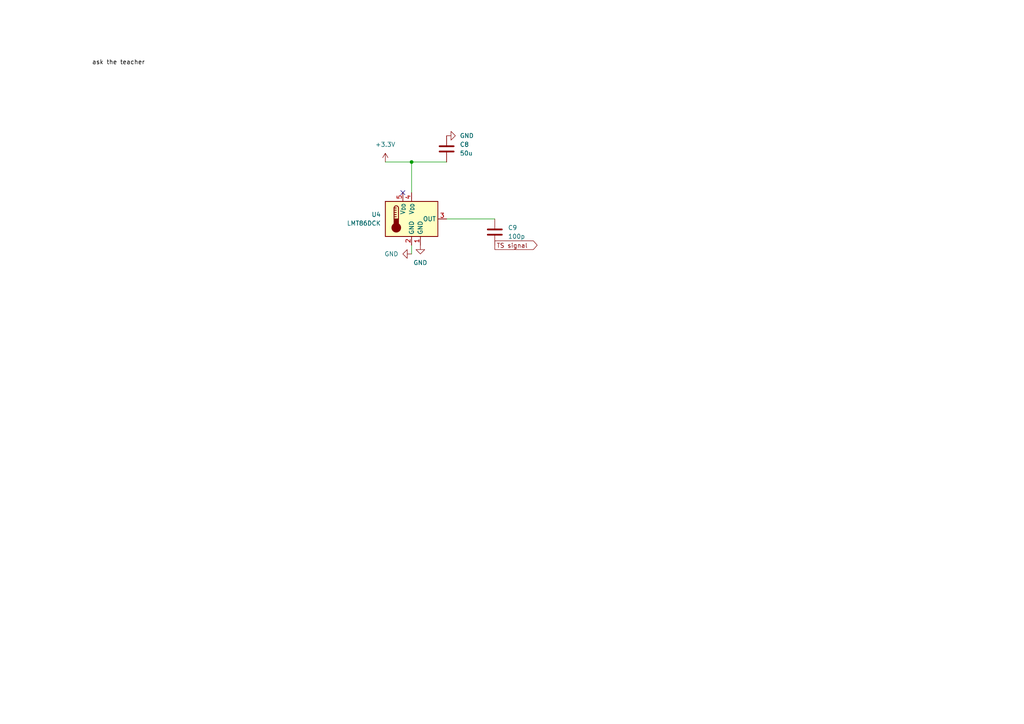
<source format=kicad_sch>
(kicad_sch (version 20230121) (generator eeschema)

  (uuid 2a2ff1c6-2036-4066-91d4-825065e5a55f)

  (paper "A4")

  (lib_symbols
    (symbol "Device:C" (pin_numbers hide) (pin_names (offset 0.254)) (in_bom yes) (on_board yes)
      (property "Reference" "C" (at 0.635 2.54 0)
        (effects (font (size 1.27 1.27)) (justify left))
      )
      (property "Value" "C" (at 0.635 -2.54 0)
        (effects (font (size 1.27 1.27)) (justify left))
      )
      (property "Footprint" "" (at 0.9652 -3.81 0)
        (effects (font (size 1.27 1.27)) hide)
      )
      (property "Datasheet" "~" (at 0 0 0)
        (effects (font (size 1.27 1.27)) hide)
      )
      (property "ki_keywords" "cap capacitor" (at 0 0 0)
        (effects (font (size 1.27 1.27)) hide)
      )
      (property "ki_description" "Unpolarized capacitor" (at 0 0 0)
        (effects (font (size 1.27 1.27)) hide)
      )
      (property "ki_fp_filters" "C_*" (at 0 0 0)
        (effects (font (size 1.27 1.27)) hide)
      )
      (symbol "C_0_1"
        (polyline
          (pts
            (xy -2.032 -0.762)
            (xy 2.032 -0.762)
          )
          (stroke (width 0.508) (type default))
          (fill (type none))
        )
        (polyline
          (pts
            (xy -2.032 0.762)
            (xy 2.032 0.762)
          )
          (stroke (width 0.508) (type default))
          (fill (type none))
        )
      )
      (symbol "C_1_1"
        (pin passive line (at 0 3.81 270) (length 2.794)
          (name "~" (effects (font (size 1.27 1.27))))
          (number "1" (effects (font (size 1.27 1.27))))
        )
        (pin passive line (at 0 -3.81 90) (length 2.794)
          (name "~" (effects (font (size 1.27 1.27))))
          (number "2" (effects (font (size 1.27 1.27))))
        )
      )
    )
    (symbol "Sensor_Temperature:LMT86DCK" (in_bom yes) (on_board yes)
      (property "Reference" "U" (at -6.35 6.35 0)
        (effects (font (size 1.27 1.27)))
      )
      (property "Value" "LMT86DCK" (at 5.08 6.35 0)
        (effects (font (size 1.27 1.27)) (justify left))
      )
      (property "Footprint" "Package_TO_SOT_SMD:SOT-353_SC-70-5" (at 0 -10.16 0)
        (effects (font (size 1.27 1.27)) hide)
      )
      (property "Datasheet" "http://www.ti.com/lit/ds/symlink/lmt86-q1.pdf" (at 0 0 0)
        (effects (font (size 1.27 1.27)) hide)
      )
      (property "ki_keywords" "temperature sensor thermistor ntc" (at 0 0 0)
        (effects (font (size 1.27 1.27)) hide)
      )
      (property "ki_description" "Analog temperature sensor, NTC, 0.25C accuracy, -10.9mV/C, -50C to +150C, 2.2 to 5.5V, SC-70-5" (at 0 0 0)
        (effects (font (size 1.27 1.27)) hide)
      )
      (property "ki_fp_filters" "*SC?70*" (at 0 0 0)
        (effects (font (size 1.27 1.27)) hide)
      )
      (symbol "LMT86DCK_0_1"
        (rectangle (start -7.62 5.08) (end 7.62 -5.08)
          (stroke (width 0.254) (type default))
          (fill (type background))
        )
        (circle (center -4.445 -2.54) (radius 1.27)
          (stroke (width 0.254) (type default))
          (fill (type outline))
        )
        (rectangle (start -3.81 -1.905) (end -5.08 0)
          (stroke (width 0.254) (type default))
          (fill (type outline))
        )
        (arc (start -3.81 3.175) (mid -4.445 3.8073) (end -5.08 3.175)
          (stroke (width 0.254) (type default))
          (fill (type none))
        )
        (polyline
          (pts
            (xy -5.08 0.635)
            (xy -4.445 0.635)
          )
          (stroke (width 0.254) (type default))
          (fill (type none))
        )
        (polyline
          (pts
            (xy -5.08 1.27)
            (xy -4.445 1.27)
          )
          (stroke (width 0.254) (type default))
          (fill (type none))
        )
        (polyline
          (pts
            (xy -5.08 1.905)
            (xy -4.445 1.905)
          )
          (stroke (width 0.254) (type default))
          (fill (type none))
        )
        (polyline
          (pts
            (xy -5.08 2.54)
            (xy -4.445 2.54)
          )
          (stroke (width 0.254) (type default))
          (fill (type none))
        )
        (polyline
          (pts
            (xy -5.08 3.175)
            (xy -5.08 0)
          )
          (stroke (width 0.254) (type default))
          (fill (type none))
        )
        (polyline
          (pts
            (xy -5.08 3.175)
            (xy -4.445 3.175)
          )
          (stroke (width 0.254) (type default))
          (fill (type none))
        )
        (polyline
          (pts
            (xy -3.81 3.175)
            (xy -3.81 0)
          )
          (stroke (width 0.254) (type default))
          (fill (type none))
        )
      )
      (symbol "LMT86DCK_1_1"
        (pin power_in line (at 2.54 -7.62 90) (length 2.54)
          (name "GND" (effects (font (size 1.27 1.27))))
          (number "1" (effects (font (size 1.27 1.27))))
        )
        (pin power_in line (at 0 -7.62 90) (length 2.54)
          (name "GND" (effects (font (size 1.27 1.27))))
          (number "2" (effects (font (size 1.27 1.27))))
        )
        (pin output line (at 10.16 0 180) (length 2.54)
          (name "OUT" (effects (font (size 1.27 1.27))))
          (number "3" (effects (font (size 1.27 1.27))))
        )
        (pin power_in line (at 0 7.62 270) (length 2.54)
          (name "V_{DD}" (effects (font (size 1.27 1.27))))
          (number "4" (effects (font (size 1.27 1.27))))
        )
        (pin power_in line (at -2.54 7.62 270) (length 2.54)
          (name "V_{DD}" (effects (font (size 1.27 1.27))))
          (number "5" (effects (font (size 1.27 1.27))))
        )
      )
    )
    (symbol "power:+3.3V" (power) (pin_names (offset 0)) (in_bom yes) (on_board yes)
      (property "Reference" "#PWR" (at 0 -3.81 0)
        (effects (font (size 1.27 1.27)) hide)
      )
      (property "Value" "+3.3V" (at 0 3.556 0)
        (effects (font (size 1.27 1.27)))
      )
      (property "Footprint" "" (at 0 0 0)
        (effects (font (size 1.27 1.27)) hide)
      )
      (property "Datasheet" "" (at 0 0 0)
        (effects (font (size 1.27 1.27)) hide)
      )
      (property "ki_keywords" "global power" (at 0 0 0)
        (effects (font (size 1.27 1.27)) hide)
      )
      (property "ki_description" "Power symbol creates a global label with name \"+3.3V\"" (at 0 0 0)
        (effects (font (size 1.27 1.27)) hide)
      )
      (symbol "+3.3V_0_1"
        (polyline
          (pts
            (xy -0.762 1.27)
            (xy 0 2.54)
          )
          (stroke (width 0) (type default))
          (fill (type none))
        )
        (polyline
          (pts
            (xy 0 0)
            (xy 0 2.54)
          )
          (stroke (width 0) (type default))
          (fill (type none))
        )
        (polyline
          (pts
            (xy 0 2.54)
            (xy 0.762 1.27)
          )
          (stroke (width 0) (type default))
          (fill (type none))
        )
      )
      (symbol "+3.3V_1_1"
        (pin power_in line (at 0 0 90) (length 0) hide
          (name "+3.3V" (effects (font (size 1.27 1.27))))
          (number "1" (effects (font (size 1.27 1.27))))
        )
      )
    )
    (symbol "power:GND" (power) (pin_names (offset 0)) (in_bom yes) (on_board yes)
      (property "Reference" "#PWR" (at 0 -6.35 0)
        (effects (font (size 1.27 1.27)) hide)
      )
      (property "Value" "GND" (at 0 -3.81 0)
        (effects (font (size 1.27 1.27)))
      )
      (property "Footprint" "" (at 0 0 0)
        (effects (font (size 1.27 1.27)) hide)
      )
      (property "Datasheet" "" (at 0 0 0)
        (effects (font (size 1.27 1.27)) hide)
      )
      (property "ki_keywords" "global power" (at 0 0 0)
        (effects (font (size 1.27 1.27)) hide)
      )
      (property "ki_description" "Power symbol creates a global label with name \"GND\" , ground" (at 0 0 0)
        (effects (font (size 1.27 1.27)) hide)
      )
      (symbol "GND_0_1"
        (polyline
          (pts
            (xy 0 0)
            (xy 0 -1.27)
            (xy 1.27 -1.27)
            (xy 0 -2.54)
            (xy -1.27 -1.27)
            (xy 0 -1.27)
          )
          (stroke (width 0) (type default))
          (fill (type none))
        )
      )
      (symbol "GND_1_1"
        (pin power_in line (at 0 0 270) (length 0) hide
          (name "GND" (effects (font (size 1.27 1.27))))
          (number "1" (effects (font (size 1.27 1.27))))
        )
      )
    )
  )

  (junction (at 119.38 46.99) (diameter 0) (color 0 0 0 0)
    (uuid 57109b81-37bf-450b-b283-0ba08deab2af)
  )

  (no_connect (at 116.84 55.88) (uuid 980c8fce-8861-4ba9-ab1e-ee2e49b77aa2))

  (wire (pts (xy 111.76 46.99) (xy 119.38 46.99))
    (stroke (width 0) (type default))
    (uuid 08ef99fc-9ba7-45e6-8e3c-0385158ee1e5)
  )
  (wire (pts (xy 119.38 46.99) (xy 129.54 46.99))
    (stroke (width 0) (type default))
    (uuid 846e163d-59c7-48e9-ad68-7ea4a6e9ea95)
  )
  (wire (pts (xy 119.38 55.88) (xy 119.38 46.99))
    (stroke (width 0) (type default))
    (uuid 94cf3c98-8d49-4bd2-81ec-c0feddf15713)
  )
  (wire (pts (xy 129.54 63.5) (xy 143.51 63.5))
    (stroke (width 0) (type default))
    (uuid f4f58dd0-259c-4d39-8ecc-96c4c34bdc28)
  )
  (wire (pts (xy 119.38 71.12) (xy 119.38 73.66))
    (stroke (width 0) (type default))
    (uuid fe8b8418-d82a-40a6-b29a-45278f66b45e)
  )

  (label "ask the teacher " (at 26.67 19.05 0) (fields_autoplaced)
    (effects (font (size 1.27 1.27)) (justify left bottom))
    (uuid c18e43c6-7154-41f6-a180-4f5460634cc4)
  )

  (global_label "TS signal " (shape output) (at 143.51 71.12 0) (fields_autoplaced)
    (effects (font (size 1.27 1.27)) (justify left))
    (uuid 7401c800-88f5-4859-8908-d9c6983bfbfc)
    (property "Intersheetrefs" "${INTERSHEET_REFS}" (at 156.3526 71.12 0)
      (effects (font (size 1.27 1.27)) (justify left) hide)
    )
  )

  (symbol (lib_id "power:GND") (at 121.92 71.12 0) (unit 1)
    (in_bom yes) (on_board yes) (dnp no) (fields_autoplaced)
    (uuid 3b318cad-989c-4d50-b7ea-ba454ed0d4dd)
    (property "Reference" "#PWR014" (at 121.92 77.47 0)
      (effects (font (size 1.27 1.27)) hide)
    )
    (property "Value" "GND" (at 121.92 76.2 0)
      (effects (font (size 1.27 1.27)))
    )
    (property "Footprint" "" (at 121.92 71.12 0)
      (effects (font (size 1.27 1.27)) hide)
    )
    (property "Datasheet" "" (at 121.92 71.12 0)
      (effects (font (size 1.27 1.27)) hide)
    )
    (pin "1" (uuid 52b3c3c3-5672-45bb-a38d-3dce69a3bb00))
    (instances
      (project "circuit-design-project"
        (path "/5edc11a2-8836-4620-96d3-084a4c3d792c"
          (reference "#PWR014") (unit 1)
        )
        (path "/5edc11a2-8836-4620-96d3-084a4c3d792c/60a373f1-3f2a-4b6f-a0ef-05af4611fd08"
          (reference "#PWR033") (unit 1)
        )
      )
    )
  )

  (symbol (lib_id "Device:C") (at 143.51 67.31 0) (unit 1)
    (in_bom yes) (on_board yes) (dnp no) (fields_autoplaced)
    (uuid 4fe51469-4b2b-40d3-8602-fce5959c1f7e)
    (property "Reference" "C9" (at 147.32 66.04 0)
      (effects (font (size 1.27 1.27)) (justify left))
    )
    (property "Value" "100p" (at 147.32 68.58 0)
      (effects (font (size 1.27 1.27)) (justify left))
    )
    (property "Footprint" "" (at 144.4752 71.12 0)
      (effects (font (size 1.27 1.27)) hide)
    )
    (property "Datasheet" "~" (at 143.51 67.31 0)
      (effects (font (size 1.27 1.27)) hide)
    )
    (pin "2" (uuid 4d26869d-26e4-41eb-89d0-05822af49459))
    (pin "1" (uuid feef47f8-2094-4e32-8637-67240564bd1d))
    (instances
      (project "circuit-design-project"
        (path "/5edc11a2-8836-4620-96d3-084a4c3d792c"
          (reference "C9") (unit 1)
        )
        (path "/5edc11a2-8836-4620-96d3-084a4c3d792c/60a373f1-3f2a-4b6f-a0ef-05af4611fd08"
          (reference "C21") (unit 1)
        )
      )
    )
  )

  (symbol (lib_id "power:GND") (at 119.38 73.66 270) (unit 1)
    (in_bom yes) (on_board yes) (dnp no) (fields_autoplaced)
    (uuid 6560f234-0621-4903-bd33-79c1fb63c4fc)
    (property "Reference" "#PWR015" (at 113.03 73.66 0)
      (effects (font (size 1.27 1.27)) hide)
    )
    (property "Value" "GND" (at 115.57 73.66 90)
      (effects (font (size 1.27 1.27)) (justify right))
    )
    (property "Footprint" "" (at 119.38 73.66 0)
      (effects (font (size 1.27 1.27)) hide)
    )
    (property "Datasheet" "" (at 119.38 73.66 0)
      (effects (font (size 1.27 1.27)) hide)
    )
    (pin "1" (uuid b0e2c99d-3803-4d46-86a5-53932d6162e4))
    (instances
      (project "circuit-design-project"
        (path "/5edc11a2-8836-4620-96d3-084a4c3d792c"
          (reference "#PWR015") (unit 1)
        )
        (path "/5edc11a2-8836-4620-96d3-084a4c3d792c/60a373f1-3f2a-4b6f-a0ef-05af4611fd08"
          (reference "#PWR032") (unit 1)
        )
      )
    )
  )

  (symbol (lib_id "power:GND") (at 129.54 39.37 90) (unit 1)
    (in_bom yes) (on_board yes) (dnp no) (fields_autoplaced)
    (uuid 88f09aaf-e31e-4358-8be2-657ccb05e75d)
    (property "Reference" "#PWR010" (at 135.89 39.37 0)
      (effects (font (size 1.27 1.27)) hide)
    )
    (property "Value" "GND" (at 133.35 39.37 90)
      (effects (font (size 1.27 1.27)) (justify right))
    )
    (property "Footprint" "" (at 129.54 39.37 0)
      (effects (font (size 1.27 1.27)) hide)
    )
    (property "Datasheet" "" (at 129.54 39.37 0)
      (effects (font (size 1.27 1.27)) hide)
    )
    (pin "1" (uuid 0a9e5f1c-d9a3-4919-a4c3-53fa6aa70807))
    (instances
      (project "circuit-design-project"
        (path "/5edc11a2-8836-4620-96d3-084a4c3d792c"
          (reference "#PWR010") (unit 1)
        )
        (path "/5edc11a2-8836-4620-96d3-084a4c3d792c/60a373f1-3f2a-4b6f-a0ef-05af4611fd08"
          (reference "#PWR034") (unit 1)
        )
      )
    )
  )

  (symbol (lib_id "Device:C") (at 129.54 43.18 0) (unit 1)
    (in_bom yes) (on_board yes) (dnp no) (fields_autoplaced)
    (uuid 9e7f793f-fefa-48ab-baed-673d4ab9d081)
    (property "Reference" "C8" (at 133.35 41.91 0)
      (effects (font (size 1.27 1.27)) (justify left))
    )
    (property "Value" "50u" (at 133.35 44.45 0)
      (effects (font (size 1.27 1.27)) (justify left))
    )
    (property "Footprint" "" (at 130.5052 46.99 0)
      (effects (font (size 1.27 1.27)) hide)
    )
    (property "Datasheet" "~" (at 129.54 43.18 0)
      (effects (font (size 1.27 1.27)) hide)
    )
    (pin "2" (uuid 10e3b778-5232-4fbc-a223-c88eb4eab0a4))
    (pin "1" (uuid bbab29a2-e291-448e-b03c-847906c7559c))
    (instances
      (project "circuit-design-project"
        (path "/5edc11a2-8836-4620-96d3-084a4c3d792c"
          (reference "C8") (unit 1)
        )
        (path "/5edc11a2-8836-4620-96d3-084a4c3d792c/60a373f1-3f2a-4b6f-a0ef-05af4611fd08"
          (reference "C20") (unit 1)
        )
      )
    )
  )

  (symbol (lib_id "power:+3.3V") (at 111.76 46.99 0) (unit 1)
    (in_bom yes) (on_board yes) (dnp no) (fields_autoplaced)
    (uuid a0a90516-4569-473e-8b85-b4253cb91304)
    (property "Reference" "#PWR057" (at 111.76 50.8 0)
      (effects (font (size 1.27 1.27)) hide)
    )
    (property "Value" "+3.3V" (at 111.76 41.91 0)
      (effects (font (size 1.27 1.27)))
    )
    (property "Footprint" "" (at 111.76 46.99 0)
      (effects (font (size 1.27 1.27)) hide)
    )
    (property "Datasheet" "" (at 111.76 46.99 0)
      (effects (font (size 1.27 1.27)) hide)
    )
    (pin "1" (uuid 2ead43e8-ebf6-4b5a-a984-87870b02c176))
    (instances
      (project "circuit-design-project"
        (path "/5edc11a2-8836-4620-96d3-084a4c3d792c/b7d01e90-2a10-446a-806b-ec4e10b7deac"
          (reference "#PWR057") (unit 1)
        )
        (path "/5edc11a2-8836-4620-96d3-084a4c3d792c/60a373f1-3f2a-4b6f-a0ef-05af4611fd08"
          (reference "#PWR063") (unit 1)
        )
      )
    )
  )

  (symbol (lib_id "Sensor_Temperature:LMT86DCK") (at 119.38 63.5 0) (unit 1)
    (in_bom yes) (on_board yes) (dnp no) (fields_autoplaced)
    (uuid fe7d3793-65c1-4b28-9ffa-df49b3a796f6)
    (property "Reference" "U4" (at 110.49 62.23 0)
      (effects (font (size 1.27 1.27)) (justify right))
    )
    (property "Value" "LMT86DCK" (at 110.49 64.77 0)
      (effects (font (size 1.27 1.27)) (justify right))
    )
    (property "Footprint" "Package_TO_SOT_SMD:SOT-353_SC-70-5" (at 119.38 73.66 0)
      (effects (font (size 1.27 1.27)) hide)
    )
    (property "Datasheet" "http://www.ti.com/lit/ds/symlink/lmt86-q1.pdf" (at 119.38 63.5 0)
      (effects (font (size 1.27 1.27)) hide)
    )
    (pin "5" (uuid 0e04ad98-03e7-4316-ba6f-0378d5aa8963))
    (pin "2" (uuid c911b020-c3a2-4992-9909-c52eb8f91b8d))
    (pin "3" (uuid 9f08794e-7ada-4a3b-9bae-9f6543f59c38))
    (pin "4" (uuid bcd6a2f5-ff96-4103-bc19-c77848010b5b))
    (pin "1" (uuid fc174137-eccd-4dc3-a1ac-7bb76dc6dda7))
    (instances
      (project "circuit-design-project"
        (path "/5edc11a2-8836-4620-96d3-084a4c3d792c"
          (reference "U4") (unit 1)
        )
        (path "/5edc11a2-8836-4620-96d3-084a4c3d792c/60a373f1-3f2a-4b6f-a0ef-05af4611fd08"
          (reference "U8") (unit 1)
        )
      )
    )
  )
)

</source>
